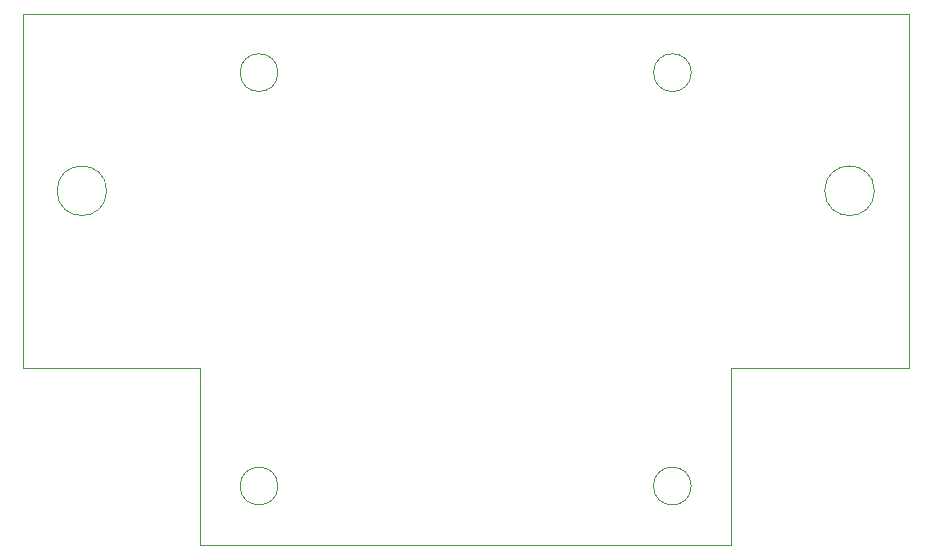
<source format=gbr>
%TF.GenerationSoftware,KiCad,Pcbnew,8.0.5*%
%TF.CreationDate,2025-02-28T15:26:59+09:00*%
%TF.ProjectId,PCB_HX711,5043425f-4858-4373-9131-2e6b69636164,rev?*%
%TF.SameCoordinates,Original*%
%TF.FileFunction,Profile,NP*%
%FSLAX46Y46*%
G04 Gerber Fmt 4.6, Leading zero omitted, Abs format (unit mm)*
G04 Created by KiCad (PCBNEW 8.0.5) date 2025-02-28 15:26:59*
%MOMM*%
%LPD*%
G01*
G04 APERTURE LIST*
%TA.AperFunction,Profile*%
%ADD10C,0.100000*%
%TD*%
G04 APERTURE END LIST*
D10*
X93700000Y-65800000D02*
G75*
G02*
X89500000Y-65800000I-2100000J0D01*
G01*
X89500000Y-65800000D02*
G75*
G02*
X93700000Y-65800000I2100000J0D01*
G01*
X108200000Y-90800000D02*
G75*
G02*
X105000000Y-90800000I-1600000J0D01*
G01*
X105000000Y-90800000D02*
G75*
G02*
X108200000Y-90800000I1600000J0D01*
G01*
X101600000Y-50800000D02*
X146600000Y-50800000D01*
X158700000Y-65800000D02*
G75*
G02*
X154500000Y-65800000I-2100000J0D01*
G01*
X154500000Y-65800000D02*
G75*
G02*
X158700000Y-65800000I2100000J0D01*
G01*
X86600000Y-50800000D02*
X101600000Y-50800000D01*
X161600000Y-80800000D02*
X146600000Y-80800000D01*
X161600000Y-50800000D02*
X161600000Y-80800000D01*
X101600000Y-80800000D02*
X86600000Y-80800000D01*
X146600000Y-50800000D02*
X161600000Y-50800000D01*
X143200000Y-90800000D02*
G75*
G02*
X140000000Y-90800000I-1600000J0D01*
G01*
X140000000Y-90800000D02*
G75*
G02*
X143200000Y-90800000I1600000J0D01*
G01*
X146600000Y-80800000D02*
X146600000Y-95800000D01*
X86600000Y-50800000D02*
X86600000Y-80800000D01*
X108200000Y-55800000D02*
G75*
G02*
X105000000Y-55800000I-1600000J0D01*
G01*
X105000000Y-55800000D02*
G75*
G02*
X108200000Y-55800000I1600000J0D01*
G01*
X143200000Y-55800000D02*
G75*
G02*
X140000000Y-55800000I-1600000J0D01*
G01*
X140000000Y-55800000D02*
G75*
G02*
X143200000Y-55800000I1600000J0D01*
G01*
X146600000Y-95800000D02*
X101600000Y-95800000D01*
X101600000Y-95800000D02*
X101600000Y-80800000D01*
M02*

</source>
